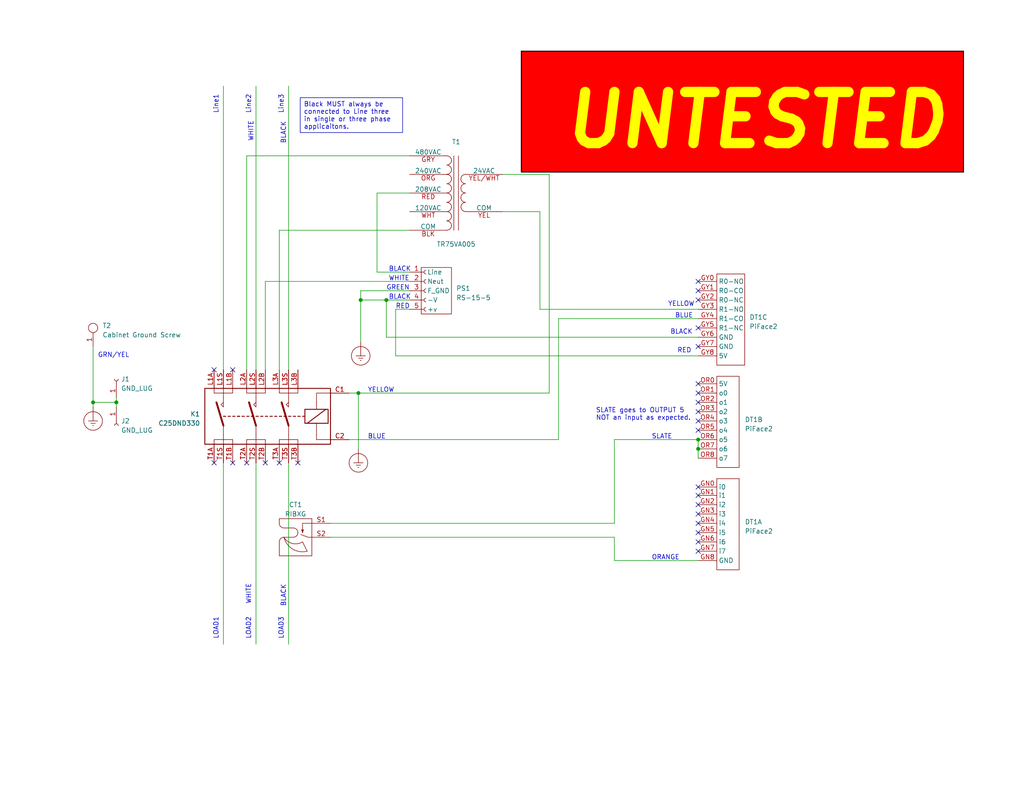
<source format=kicad_sch>
(kicad_sch (version 20230121) (generator eeschema)

  (uuid 7d631f0d-cbe6-4d6d-a8d3-2ee14f65e9f4)

  (paper "A")

  (title_block
    (title "RFID Interlock Legacy Variant B (2023)")
    (date "2023-07-17")
    (rev "0v1")
    (company "Dallas Makerspace")
    (comment 1 "OZINDFW dms@ozindfw.net")
  )

  (lib_symbols
    (symbol "Connector:Conn_01x01_Socket" (pin_names (offset 1.016) hide) (in_bom yes) (on_board yes)
      (property "Reference" "J" (at 0 2.54 0)
        (effects (font (size 1.27 1.27)))
      )
      (property "Value" "Conn_01x01_Socket" (at 0 -2.54 0)
        (effects (font (size 1.27 1.27)))
      )
      (property "Footprint" "" (at 0 0 0)
        (effects (font (size 1.27 1.27)) hide)
      )
      (property "Datasheet" "~" (at 0 0 0)
        (effects (font (size 1.27 1.27)) hide)
      )
      (property "ki_locked" "" (at 0 0 0)
        (effects (font (size 1.27 1.27)))
      )
      (property "ki_keywords" "connector" (at 0 0 0)
        (effects (font (size 1.27 1.27)) hide)
      )
      (property "ki_description" "Generic connector, single row, 01x01, script generated" (at 0 0 0)
        (effects (font (size 1.27 1.27)) hide)
      )
      (property "ki_fp_filters" "Connector*:*_1x??_*" (at 0 0 0)
        (effects (font (size 1.27 1.27)) hide)
      )
      (symbol "Conn_01x01_Socket_1_1"
        (polyline
          (pts
            (xy -1.27 0)
            (xy -0.508 0)
          )
          (stroke (width 0.1524) (type default))
          (fill (type none))
        )
        (arc (start 0 0.508) (mid -0.5058 0) (end 0 -0.508)
          (stroke (width 0.1524) (type default))
          (fill (type none))
        )
        (pin passive line (at -5.08 0 0) (length 3.81)
          (name "Pin_1" (effects (font (size 1.27 1.27))))
          (number "1" (effects (font (size 1.27 1.27))))
        )
      )
    )
    (symbol "oz:Eaton_Contactor" (in_bom yes) (on_board yes)
      (property "Reference" "K" (at 13.97 13.97 0)
        (effects (font (size 1.27 1.27)) (justify left))
      )
      (property "Value" "Eaton_Contactor" (at 13.97 11.43 0)
        (effects (font (size 1.27 1.27)) (justify left))
      )
      (property "Footprint" "" (at -5.08 -1.27 0)
        (effects (font (size 1.27 1.27)) (justify left) hide)
      )
      (property "Datasheet" "" (at 8.255 0 0)
        (effects (font (size 1.27 1.27)) hide)
      )
      (property "ki_keywords" "contactor three pole" (at 0 0 0)
        (effects (font (size 1.27 1.27)) hide)
      )
      (property "ki_description" "3PST Contactor" (at 0 0 0)
        (effects (font (size 1.27 1.27)) hide)
      )
      (property "ki_fp_filters" "Relay*SPST*StandexMeder*MS*Form1AB*" (at 0 0 0)
        (effects (font (size 1.27 1.27)) hide)
      )
      (symbol "Eaton_Contactor_0_0"
        (polyline
          (pts
            (xy -8.89 5.08)
            (xy -8.89 2.54)
            (xy -9.525 3.175)
            (xy -8.89 3.81)
          )
          (stroke (width 0) (type default))
          (fill (type none))
        )
        (polyline
          (pts
            (xy 0 5.08)
            (xy 0 2.54)
            (xy -0.635 3.175)
            (xy 0 3.81)
          )
          (stroke (width 0) (type default))
          (fill (type none))
        )
        (polyline
          (pts
            (xy 8.89 5.08)
            (xy 8.89 2.54)
            (xy 8.255 3.175)
            (xy 8.89 3.81)
          )
          (stroke (width 0) (type default))
          (fill (type none))
        )
      )
      (symbol "Eaton_Contactor_0_1"
        (rectangle (start -13.97 7.62) (end 20.32 -7.62)
          (stroke (width 0.254) (type default))
          (fill (type none))
        )
        (polyline
          (pts
            (xy -8.89 -5.08)
            (xy -8.89 -7.62)
          )
          (stroke (width 0) (type default))
          (fill (type none))
        )
        (polyline
          (pts
            (xy -8.89 -2.54)
            (xy -10.795 3.81)
          )
          (stroke (width 0.508) (type default))
          (fill (type none))
        )
        (polyline
          (pts
            (xy -8.89 -2.54)
            (xy -8.89 -5.08)
          )
          (stroke (width 0) (type default))
          (fill (type none))
        )
        (polyline
          (pts
            (xy -8.89 0)
            (xy -8.255 0)
          )
          (stroke (width 0.254) (type default))
          (fill (type none))
        )
        (polyline
          (pts
            (xy -8.89 7.62)
            (xy -8.89 5.08)
          )
          (stroke (width 0) (type default))
          (fill (type none))
        )
        (polyline
          (pts
            (xy -7.62 0)
            (xy -6.985 0)
          )
          (stroke (width 0.254) (type default))
          (fill (type none))
        )
        (polyline
          (pts
            (xy -6.35 0)
            (xy -5.715 0)
          )
          (stroke (width 0.254) (type default))
          (fill (type none))
        )
        (polyline
          (pts
            (xy -5.08 0)
            (xy -4.445 0)
          )
          (stroke (width 0.254) (type default))
          (fill (type none))
        )
        (polyline
          (pts
            (xy -5.08 0)
            (xy -4.445 0)
          )
          (stroke (width 0.254) (type default))
          (fill (type none))
        )
        (polyline
          (pts
            (xy -3.81 0)
            (xy -3.175 0)
          )
          (stroke (width 0.254) (type default))
          (fill (type none))
        )
        (polyline
          (pts
            (xy -2.54 0)
            (xy -1.905 0)
          )
          (stroke (width 0.254) (type default))
          (fill (type none))
        )
        (polyline
          (pts
            (xy -1.27 0)
            (xy -0.635 0)
          )
          (stroke (width 0.254) (type default))
          (fill (type none))
        )
        (polyline
          (pts
            (xy -1.27 0)
            (xy -0.635 0)
          )
          (stroke (width 0.254) (type default))
          (fill (type none))
        )
        (polyline
          (pts
            (xy 0 -5.08)
            (xy 0 -7.62)
          )
          (stroke (width 0) (type default))
          (fill (type none))
        )
        (polyline
          (pts
            (xy 0 -2.54)
            (xy -1.905 3.81)
          )
          (stroke (width 0.508) (type default))
          (fill (type none))
        )
        (polyline
          (pts
            (xy 0 -2.54)
            (xy 0 -5.08)
          )
          (stroke (width 0) (type default))
          (fill (type none))
        )
        (polyline
          (pts
            (xy 0 0)
            (xy 0.635 0)
          )
          (stroke (width 0.254) (type default))
          (fill (type none))
        )
        (polyline
          (pts
            (xy 0 7.62)
            (xy 0 5.08)
          )
          (stroke (width 0) (type default))
          (fill (type none))
        )
        (polyline
          (pts
            (xy 1.27 0)
            (xy 1.905 0)
          )
          (stroke (width 0.254) (type default))
          (fill (type none))
        )
        (polyline
          (pts
            (xy 2.54 0)
            (xy 3.175 0)
          )
          (stroke (width 0.254) (type default))
          (fill (type none))
        )
        (polyline
          (pts
            (xy 3.81 0)
            (xy 4.445 0)
          )
          (stroke (width 0.254) (type default))
          (fill (type none))
        )
        (polyline
          (pts
            (xy 5.08 0)
            (xy 5.715 0)
          )
          (stroke (width 0.254) (type default))
          (fill (type none))
        )
        (polyline
          (pts
            (xy 6.35 0)
            (xy 6.985 0)
          )
          (stroke (width 0.254) (type default))
          (fill (type none))
        )
        (polyline
          (pts
            (xy 7.62 0)
            (xy 8.255 0)
          )
          (stroke (width 0.254) (type default))
          (fill (type none))
        )
        (polyline
          (pts
            (xy 7.62 0)
            (xy 8.255 0)
          )
          (stroke (width 0.254) (type default))
          (fill (type none))
        )
        (polyline
          (pts
            (xy 8.89 -5.08)
            (xy 8.89 -7.62)
          )
          (stroke (width 0) (type default))
          (fill (type none))
        )
        (polyline
          (pts
            (xy 8.89 -2.54)
            (xy 6.985 3.81)
          )
          (stroke (width 0.508) (type default))
          (fill (type none))
        )
        (polyline
          (pts
            (xy 8.89 -2.54)
            (xy 8.89 -5.08)
          )
          (stroke (width 0) (type default))
          (fill (type none))
        )
        (polyline
          (pts
            (xy 8.89 0)
            (xy 9.525 0)
          )
          (stroke (width 0.254) (type default))
          (fill (type none))
        )
        (polyline
          (pts
            (xy 8.89 7.62)
            (xy 8.89 5.08)
          )
          (stroke (width 0) (type default))
          (fill (type none))
        )
        (polyline
          (pts
            (xy 10.16 0)
            (xy 10.795 0)
          )
          (stroke (width 0.254) (type default))
          (fill (type none))
        )
        (polyline
          (pts
            (xy 11.43 0)
            (xy 12.065 0)
          )
          (stroke (width 0.254) (type default))
          (fill (type none))
        )
        (polyline
          (pts
            (xy 12.7 0)
            (xy 13.335 0)
          )
          (stroke (width 0.254) (type default))
          (fill (type none))
        )
        (polyline
          (pts
            (xy 13.97 -1.905)
            (xy 19.05 1.905)
          )
          (stroke (width 0.254) (type default))
          (fill (type none))
        )
        (polyline
          (pts
            (xy 16.51 -6.35)
            (xy 20.32 -6.35)
          )
          (stroke (width 0) (type default))
          (fill (type none))
        )
        (polyline
          (pts
            (xy 16.51 -5.08)
            (xy 16.51 -6.35)
          )
          (stroke (width 0) (type default))
          (fill (type none))
        )
        (polyline
          (pts
            (xy 16.51 -5.08)
            (xy 16.51 -1.905)
          )
          (stroke (width 0) (type default))
          (fill (type none))
        )
        (polyline
          (pts
            (xy 16.51 3.81)
            (xy 16.51 1.905)
          )
          (stroke (width 0) (type default))
          (fill (type none))
        )
        (polyline
          (pts
            (xy 20.32 6.35)
            (xy 16.51 6.35)
            (xy 16.51 3.81)
          )
          (stroke (width 0) (type default))
          (fill (type none))
        )
        (polyline
          (pts
            (xy -11.43 -7.62)
            (xy -11.43 -6.35)
            (xy -6.35 -6.35)
            (xy -6.35 -7.62)
          )
          (stroke (width 0) (type default))
          (fill (type none))
        )
        (polyline
          (pts
            (xy -11.43 7.62)
            (xy -11.43 6.35)
            (xy -6.35 6.35)
            (xy -6.35 7.62)
          )
          (stroke (width 0) (type default))
          (fill (type none))
        )
        (polyline
          (pts
            (xy -2.54 -7.62)
            (xy -2.54 -6.35)
            (xy 2.54 -6.35)
            (xy 2.54 -7.62)
          )
          (stroke (width 0) (type default))
          (fill (type none))
        )
        (polyline
          (pts
            (xy -2.54 7.62)
            (xy -2.54 6.35)
            (xy 2.54 6.35)
            (xy 2.54 7.62)
          )
          (stroke (width 0) (type default))
          (fill (type none))
        )
        (polyline
          (pts
            (xy 6.35 -7.62)
            (xy 6.35 -6.35)
            (xy 11.43 -6.35)
            (xy 11.43 -7.62)
          )
          (stroke (width 0) (type default))
          (fill (type none))
        )
        (polyline
          (pts
            (xy 6.35 7.62)
            (xy 6.35 6.35)
            (xy 11.43 6.35)
            (xy 11.43 7.62)
          )
          (stroke (width 0) (type default))
          (fill (type none))
        )
        (rectangle (start 13.335 1.905) (end 19.685 -1.905)
          (stroke (width 0.254) (type default))
          (fill (type none))
        )
      )
      (symbol "Eaton_Contactor_1_1"
        (pin passive line (at 25.4 6.35 180) (length 5.08)
          (name "~" (effects (font (size 1.27 1.27))))
          (number "C1" (effects (font (size 1.27 1.27))))
        )
        (pin passive line (at 25.4 -6.35 180) (length 5.08)
          (name "~" (effects (font (size 1.27 1.27))))
          (number "C2" (effects (font (size 1.27 1.27))))
        )
        (pin passive line (at -11.43 12.7 270) (length 5.08)
          (name "~" (effects (font (size 1.27 1.27))))
          (number "L1A" (effects (font (size 1.27 1.27))))
        )
        (pin passive line (at -6.35 12.7 270) (length 5.08)
          (name "~" (effects (font (size 1.27 1.27))))
          (number "L1B" (effects (font (size 1.27 1.27))))
        )
        (pin passive line (at -8.89 12.7 270) (length 5.08)
          (name "" (effects (font (size 1.27 1.27))))
          (number "L1S" (effects (font (size 1.27 1.27))))
        )
        (pin passive line (at -2.54 12.7 270) (length 5.08)
          (name "~" (effects (font (size 1.27 1.27))))
          (number "L2A" (effects (font (size 1.27 1.27))))
        )
        (pin passive line (at 2.54 12.7 270) (length 5.08)
          (name "~" (effects (font (size 1.27 1.27))))
          (number "L2B" (effects (font (size 1.27 1.27))))
        )
        (pin passive line (at 0 12.7 270) (length 5.08)
          (name "" (effects (font (size 1.27 1.27))))
          (number "L2S" (effects (font (size 1.27 1.27))))
        )
        (pin passive line (at 6.35 12.7 270) (length 5.08)
          (name "~" (effects (font (size 1.27 1.27))))
          (number "L3A" (effects (font (size 1.27 1.27))))
        )
        (pin passive line (at 11.43 12.7 270) (length 5.08)
          (name "~" (effects (font (size 1.27 1.27))))
          (number "L3B" (effects (font (size 1.27 1.27))))
        )
        (pin passive line (at 8.89 12.7 270) (length 5.08)
          (name "" (effects (font (size 1.27 1.27))))
          (number "L3S" (effects (font (size 1.27 1.27))))
        )
        (pin passive line (at -11.43 -12.7 90) (length 5.08)
          (name "~" (effects (font (size 1.27 1.27))))
          (number "T1A" (effects (font (size 1.27 1.27))))
        )
        (pin passive line (at -6.35 -12.7 90) (length 5.08)
          (name "~" (effects (font (size 1.27 1.27))))
          (number "T1B" (effects (font (size 1.27 1.27))))
        )
        (pin passive line (at -8.89 -12.7 90) (length 5.08)
          (name "" (effects (font (size 1.27 1.27))))
          (number "T1S" (effects (font (size 1.27 1.27))))
        )
        (pin passive line (at -2.54 -12.7 90) (length 5.08)
          (name "~" (effects (font (size 1.27 1.27))))
          (number "T2A" (effects (font (size 1.27 1.27))))
        )
        (pin passive line (at 2.54 -12.7 90) (length 5.08)
          (name "~" (effects (font (size 1.27 1.27))))
          (number "T2B" (effects (font (size 1.27 1.27))))
        )
        (pin passive line (at 0 -12.7 90) (length 5.08)
          (name "" (effects (font (size 1.27 1.27))))
          (number "T2S" (effects (font (size 1.27 1.27))))
        )
        (pin passive line (at 6.35 -12.7 90) (length 5.08)
          (name "~" (effects (font (size 1.27 1.27))))
          (number "T3A" (effects (font (size 1.27 1.27))))
        )
        (pin passive line (at 11.43 -12.7 90) (length 5.08)
          (name "~" (effects (font (size 1.27 1.27))))
          (number "T3B" (effects (font (size 1.27 1.27))))
        )
        (pin passive line (at 8.89 -12.7 90) (length 5.08)
          (name "" (effects (font (size 1.27 1.27))))
          (number "T3S" (effects (font (size 1.27 1.27))))
        )
      )
    )
    (symbol "oz:PiFace2" (in_bom yes) (on_board yes)
      (property "Reference" "DT" (at 1.27 16.51 0)
        (effects (font (size 1.27 1.27)))
      )
      (property "Value" "PiFace2" (at 3.81 13.97 0)
        (effects (font (size 1.27 1.27)))
      )
      (property "Footprint" "" (at 6.096 6.858 0)
        (effects (font (size 1.27 1.27)) hide)
      )
      (property "Datasheet" "" (at 6.096 6.858 0)
        (effects (font (size 1.27 1.27)) hide)
      )
      (property "ki_locked" "" (at 0 0 0)
        (effects (font (size 1.27 1.27)))
      )
      (symbol "PiFace2_1_1"
        (rectangle (start 0 12.192) (end 6.096 -12.7)
          (stroke (width 0) (type default))
          (fill (type none))
        )
        (pin passive line (at -5.08 9.906 0) (length 5.08)
          (name "i0" (effects (font (size 1.27 1.27))))
          (number "GN0" (effects (font (size 1.27 1.27))))
        )
        (pin input line (at -5.08 7.62 0) (length 5.08)
          (name "i1" (effects (font (size 1.27 1.27))))
          (number "GN1" (effects (font (size 1.27 1.27))))
        )
        (pin input line (at -5.08 5.08 0) (length 5.08)
          (name "i2" (effects (font (size 1.27 1.27))))
          (number "GN2" (effects (font (size 1.27 1.27))))
        )
        (pin input line (at -5.08 2.54 0) (length 5.08)
          (name "i3" (effects (font (size 1.27 1.27))))
          (number "GN3" (effects (font (size 1.27 1.27))))
        )
        (pin input line (at -5.08 0 0) (length 5.08)
          (name "i4" (effects (font (size 1.27 1.27))))
          (number "GN4" (effects (font (size 1.27 1.27))))
        )
        (pin input line (at -5.08 -2.54 0) (length 5.08)
          (name "i5" (effects (font (size 1.27 1.27))))
          (number "GN5" (effects (font (size 1.27 1.27))))
        )
        (pin input line (at -5.08 -5.08 0) (length 5.08)
          (name "i6" (effects (font (size 1.27 1.27))))
          (number "GN6" (effects (font (size 1.27 1.27))))
        )
        (pin input line (at -5.08 -7.62 0) (length 5.08)
          (name "i7" (effects (font (size 1.27 1.27))))
          (number "GN7" (effects (font (size 1.27 1.27))))
        )
        (pin passive line (at -5.08 -10.16 0) (length 5.08)
          (name "GND" (effects (font (size 1.27 1.27))))
          (number "GN8" (effects (font (size 1.27 1.27))))
        )
      )
      (symbol "PiFace2_2_1"
        (rectangle (start 0 12.192) (end 6.096 -12.7)
          (stroke (width 0) (type default))
          (fill (type none))
        )
        (pin passive line (at -5.08 10.16 0) (length 5.08)
          (name "5V" (effects (font (size 1.27 1.27))))
          (number "OR0" (effects (font (size 1.27 1.27))))
        )
        (pin output line (at -5.08 7.62 0) (length 5.08)
          (name "o0" (effects (font (size 1.27 1.27))))
          (number "OR1" (effects (font (size 1.27 1.27))))
        )
        (pin output line (at -5.08 5.08 0) (length 5.08)
          (name "o1" (effects (font (size 1.27 1.27))))
          (number "OR2" (effects (font (size 1.27 1.27))))
        )
        (pin output line (at -5.08 2.54 0) (length 5.08)
          (name "o2" (effects (font (size 1.27 1.27))))
          (number "OR3" (effects (font (size 1.27 1.27))))
        )
        (pin output line (at -5.08 0 0) (length 5.08)
          (name "o3" (effects (font (size 1.27 1.27))))
          (number "OR4" (effects (font (size 1.27 1.27))))
        )
        (pin output line (at -5.08 -2.54 0) (length 5.08)
          (name "o4" (effects (font (size 1.27 1.27))))
          (number "OR5" (effects (font (size 1.27 1.27))))
        )
        (pin output line (at -5.08 -5.08 0) (length 5.08)
          (name "o5" (effects (font (size 1.27 1.27))))
          (number "OR6" (effects (font (size 1.27 1.27))))
        )
        (pin output line (at -5.08 -7.62 0) (length 5.08)
          (name "o6" (effects (font (size 1.27 1.27))))
          (number "OR7" (effects (font (size 1.27 1.27))))
        )
        (pin output line (at -5.08 -10.16 0) (length 5.08)
          (name "o7" (effects (font (size 1.27 1.27))))
          (number "OR8" (effects (font (size 1.27 1.27))))
        )
      )
      (symbol "PiFace2_3_1"
        (rectangle (start 0 12.192) (end 7.62 -12.7)
          (stroke (width 0) (type default))
          (fill (type none))
        )
        (pin passive line (at -5.08 10.16 0) (length 5.08)
          (name "R0-NO" (effects (font (size 1.27 1.27))))
          (number "GY0" (effects (font (size 1.27 1.27))))
        )
        (pin passive line (at -5.08 7.62 0) (length 5.08)
          (name "R0-CO" (effects (font (size 1.27 1.27))))
          (number "GY1" (effects (font (size 1.27 1.27))))
        )
        (pin passive line (at -5.08 5.08 0) (length 5.08)
          (name "R0-NC" (effects (font (size 1.27 1.27))))
          (number "GY2" (effects (font (size 1.27 1.27))))
        )
        (pin passive line (at -5.08 2.54 0) (length 5.08)
          (name "R1-NO" (effects (font (size 1.27 1.27))))
          (number "GY3" (effects (font (size 1.27 1.27))))
        )
        (pin passive line (at -5.08 0 0) (length 5.08)
          (name "R1-CO" (effects (font (size 1.27 1.27))))
          (number "GY4" (effects (font (size 1.27 1.27))))
        )
        (pin passive line (at -5.08 -2.54 0) (length 5.08)
          (name "R1-NC" (effects (font (size 1.27 1.27))))
          (number "GY5" (effects (font (size 1.27 1.27))))
        )
        (pin passive line (at -5.08 -5.08 0) (length 5.08)
          (name "GND" (effects (font (size 1.27 1.27))))
          (number "GY6" (effects (font (size 1.27 1.27))))
        )
        (pin passive line (at -5.08 -7.62 0) (length 5.08)
          (name "GND" (effects (font (size 1.27 1.27))))
          (number "GY7" (effects (font (size 1.27 1.27))))
        )
        (pin passive line (at -5.08 -10.16 0) (length 5.08)
          (name "5V" (effects (font (size 1.27 1.27))))
          (number "GY8" (effects (font (size 1.27 1.27))))
        )
      )
    )
    (symbol "oz:RIBXG" (in_bom yes) (on_board yes)
      (property "Reference" "CT" (at -3.302 6.35 0)
        (effects (font (size 1.27 1.27)))
      )
      (property "Value" "RIBXG" (at -2.032 -6.35 0)
        (effects (font (size 1.27 1.27)))
      )
      (property "Footprint" "" (at 1.778 5.08 0)
        (effects (font (size 1.27 1.27)) hide)
      )
      (property "Datasheet" "" (at 1.778 5.08 0)
        (effects (font (size 1.27 1.27)) hide)
      )
      (property "ki_keywords" "Current Sense Switch" (at 0 0 0)
        (effects (font (size 1.27 1.27)) hide)
      )
      (property "ki_description" "Current Sense Switch" (at 0 0 0)
        (effects (font (size 1.27 1.27)) hide)
      )
      (symbol "RIBXG_0_1"
        (arc (start -4.572 3.81) (mid -4.2 2.912) (end -3.302 2.54)
          (stroke (width 0) (type default))
          (fill (type none))
        )
        (arc (start -3.302 0) (mid -4.2 -0.372) (end -4.572 -1.27)
          (stroke (width 0) (type default))
          (fill (type none))
        )
        (arc (start -3.302 0) (mid -1.025 -1.6871) (end 1.778 -1.27)
          (stroke (width 0) (type default))
          (fill (type none))
        )
        (arc (start -3.302 0) (mid -0.9161 -3.2202) (end 3.048 -3.81)
          (stroke (width 0) (type default))
          (fill (type none))
        )
        (arc (start -0.762 0) (mid 0.136 0.372) (end 0.508 1.27)
          (stroke (width 0) (type default))
          (fill (type none))
        )
        (polyline
          (pts
            (xy -0.762 0)
            (xy -3.302 0)
          )
          (stroke (width 0) (type default))
          (fill (type none))
        )
        (polyline
          (pts
            (xy -0.762 2.54)
            (xy -3.302 2.54)
          )
          (stroke (width 0) (type default))
          (fill (type none))
        )
        (polyline
          (pts
            (xy 1.778 -1.27)
            (xy 3.048 -3.81)
          )
          (stroke (width 0) (type default))
          (fill (type none))
        )
        (polyline
          (pts
            (xy 2.032 2.032)
            (xy 1.778 1.778)
            (xy 1.524 2.032)
          )
          (stroke (width 0) (type default))
          (fill (type none))
        )
        (polyline
          (pts
            (xy 4.318 0)
            (xy 3.302 0)
            (xy 1.27 0.762)
          )
          (stroke (width 0) (type default))
          (fill (type none))
        )
        (polyline
          (pts
            (xy 4.318 3.81)
            (xy 1.778 3.81)
            (xy 1.778 1.27)
          )
          (stroke (width 0) (type default))
          (fill (type none))
        )
        (polyline
          (pts
            (xy 1.778 1.27)
            (xy 1.524 2.032)
            (xy 2.032 2.032)
            (xy 1.778 1.27)
          )
          (stroke (width 0) (type default))
          (fill (type none))
        )
        (polyline
          (pts
            (xy -4.572 -1.27)
            (xy -4.572 -5.08)
            (xy 4.318 -5.08)
            (xy 4.318 5.08)
            (xy -4.572 5.08)
            (xy -4.572 3.81)
          )
          (stroke (width 0) (type default))
          (fill (type none))
        )
        (arc (start 0.508 1.27) (mid 0.136 2.168) (end -0.762 2.54)
          (stroke (width 0) (type default))
          (fill (type none))
        )
      )
      (symbol "RIBXG_1_1"
        (pin passive line (at 9.398 3.81 180) (length 5.08)
          (name "" (effects (font (size 1.27 1.27))))
          (number "S1" (effects (font (size 1.27 1.27))))
        )
        (pin passive line (at 9.398 0 180) (length 5.08)
          (name "" (effects (font (size 1.27 1.27))))
          (number "S2" (effects (font (size 1.27 1.27))))
        )
      )
    )
    (symbol "oz:RS-15-5" (pin_names (offset 1.016)) (in_bom yes) (on_board yes)
      (property "Reference" "PS" (at 0 7.62 0)
        (effects (font (size 1.27 1.27)))
      )
      (property "Value" "RS-15-5" (at 0 -7.62 0)
        (effects (font (size 1.27 1.27)))
      )
      (property "Footprint" "" (at 0 0 0)
        (effects (font (size 1.27 1.27)) hide)
      )
      (property "Datasheet" "" (at 2.54 1.27 0)
        (effects (font (size 1.27 1.27)) hide)
      )
      (property "ki_keywords" "connector" (at 0 0 0)
        (effects (font (size 1.27 1.27)) hide)
      )
      (property "ki_description" "Generic connector, single row, 01x05, script generated" (at 0 0 0)
        (effects (font (size 1.27 1.27)) hide)
      )
      (property "ki_fp_filters" "Connector*:*_1x??_*" (at 0 0 0)
        (effects (font (size 1.27 1.27)) hide)
      )
      (symbol "RS-15-5_0_1"
        (rectangle (start -1.905 6.35) (end 6.35 -6.35)
          (stroke (width 0) (type default))
          (fill (type none))
        )
      )
      (symbol "RS-15-5_1_1"
        (arc (start -0.6372 -4.572) (mid -1.143 -5.08) (end -0.6372 -5.588)
          (stroke (width 0.1524) (type default))
          (fill (type none))
        )
        (arc (start -0.6372 -2.032) (mid -1.143 -2.54) (end -0.6372 -3.048)
          (stroke (width 0.1524) (type default))
          (fill (type none))
        )
        (arc (start -0.6372 0.508) (mid -1.143 0) (end -0.6372 -0.508)
          (stroke (width 0.1524) (type default))
          (fill (type none))
        )
        (arc (start -0.6372 3.048) (mid -1.143 2.54) (end -0.6372 2.032)
          (stroke (width 0.1524) (type default))
          (fill (type none))
        )
        (arc (start -0.6372 5.588) (mid -1.143 5.08) (end -0.6372 4.572)
          (stroke (width 0.1524) (type default))
          (fill (type none))
        )
        (pin power_in line (at -5.08 5.08 0) (length 3.81)
          (name "Line" (effects (font (size 1.27 1.27))))
          (number "1" (effects (font (size 1.27 1.27))))
        )
        (pin power_in line (at -5.08 2.54 0) (length 3.81)
          (name "Neut" (effects (font (size 1.27 1.27))))
          (number "2" (effects (font (size 1.27 1.27))))
        )
        (pin passive line (at -5.08 0 0) (length 3.81)
          (name "F_GND" (effects (font (size 1.27 1.27))))
          (number "3" (effects (font (size 1.27 1.27))))
        )
        (pin power_out line (at -5.08 -2.54 0) (length 3.81)
          (name "-V" (effects (font (size 1.27 1.27))))
          (number "4" (effects (font (size 1.27 1.27))))
        )
        (pin power_out line (at -5.08 -5.08 0) (length 3.81)
          (name "+v" (effects (font (size 1.27 1.27))))
          (number "5" (effects (font (size 1.27 1.27))))
        )
      )
    )
    (symbol "oz:Ring_Term" (pin_names (offset 1.016) hide) (in_bom yes) (on_board yes)
      (property "Reference" "T" (at 0 2.54 0)
        (effects (font (size 1.27 1.27)))
      )
      (property "Value" "Ring_Terminal" (at 0 -2.54 0)
        (effects (font (size 1.27 1.27)))
      )
      (property "Footprint" "" (at 0 0 0)
        (effects (font (size 1.27 1.27)) hide)
      )
      (property "Datasheet" "~" (at 0 0 0)
        (effects (font (size 1.27 1.27)) hide)
      )
      (property "ki_locked" "" (at 0 0 0)
        (effects (font (size 1.27 1.27)))
      )
      (property "ki_keywords" "connector" (at 0 0 0)
        (effects (font (size 1.27 1.27)) hide)
      )
      (property "ki_description" "Generic connector, single row, 01x01, script generated" (at 0 0 0)
        (effects (font (size 1.27 1.27)) hide)
      )
      (property "ki_fp_filters" "Connector*:*_1x??_*" (at 0 0 0)
        (effects (font (size 1.27 1.27)) hide)
      )
      (symbol "Ring_Term_1_1"
        (circle (center 0 0) (radius 1.27)
          (stroke (width 0) (type default))
          (fill (type none))
        )
        (pin passive line (at -5.08 0 0) (length 3.81)
          (name "Pin_1" (effects (font (size 1.27 1.27))))
          (number "1" (effects (font (size 1.27 1.27))))
        )
      )
    )
    (symbol "oz:Transformer_Tap_Pri" (pin_names (offset 0)) (in_bom yes) (on_board yes)
      (property "Reference" "T" (at 0 13.97 0)
        (effects (font (size 1.27 1.27)))
      )
      (property "Value" "Transformer_Tap_Pri" (at 0 -13.97 0)
        (effects (font (size 1.27 1.27)))
      )
      (property "Footprint" "" (at 0 0 0)
        (effects (font (size 1.27 1.27)) hide)
      )
      (property "Datasheet" "" (at 0 0 0)
        (effects (font (size 1.27 1.27)) hide)
      )
      (property "ki_keywords" "transformer coil magnet" (at 0 0 0)
        (effects (font (size 1.27 1.27)) hide)
      )
      (property "ki_description" "Transformer, single primary, single secondary, SO-8 package" (at 0 0 0)
        (effects (font (size 1.27 1.27)) hide)
      )
      (symbol "Transformer_Tap_Pri_0_1"
        (arc (start -2.54 -10.1346) (mid -1.6561 -9.7663) (end -1.27 -8.89)
          (stroke (width 0) (type default))
          (fill (type none))
        )
        (arc (start -2.54 -7.5946) (mid -1.6561 -7.2263) (end -1.27 -6.35)
          (stroke (width 0) (type default))
          (fill (type none))
        )
        (arc (start -2.54 -5.0546) (mid -1.6599 -4.6901) (end -1.27 -3.81)
          (stroke (width 0) (type default))
          (fill (type none))
        )
        (arc (start -2.54 -2.5146) (mid -1.6599 -2.1501) (end -1.27 -1.27)
          (stroke (width 0) (type default))
          (fill (type none))
        )
        (arc (start -2.54 0.0254) (mid -1.6599 0.3899) (end -1.27 1.27)
          (stroke (width 0) (type default))
          (fill (type none))
        )
        (arc (start -2.54 2.5654) (mid -1.6599 2.9299) (end -1.27 3.81)
          (stroke (width 0) (type default))
          (fill (type none))
        )
        (arc (start -2.54 5.1054) (mid -1.6561 5.4737) (end -1.27 6.35)
          (stroke (width 0) (type default))
          (fill (type none))
        )
        (arc (start -2.54 7.6454) (mid -1.6561 8.0137) (end -1.27 8.89)
          (stroke (width 0) (type default))
          (fill (type none))
        )
        (arc (start -1.27 -8.89) (mid -1.642 -7.992) (end -2.54 -7.62)
          (stroke (width 0) (type default))
          (fill (type none))
        )
        (arc (start -1.27 -6.35) (mid -1.642 -5.452) (end -2.54 -5.08)
          (stroke (width 0) (type default))
          (fill (type none))
        )
        (arc (start -1.27 -3.81) (mid -1.642 -2.912) (end -2.54 -2.54)
          (stroke (width 0) (type default))
          (fill (type none))
        )
        (arc (start -1.27 -1.27) (mid -1.642 -0.372) (end -2.54 0)
          (stroke (width 0) (type default))
          (fill (type none))
        )
        (arc (start -1.27 1.27) (mid -1.642 2.168) (end -2.54 2.54)
          (stroke (width 0) (type default))
          (fill (type none))
        )
        (arc (start -1.27 3.81) (mid -1.642 4.708) (end -2.54 5.08)
          (stroke (width 0) (type default))
          (fill (type none))
        )
        (arc (start -1.27 6.35) (mid -1.642 7.248) (end -2.54 7.62)
          (stroke (width 0) (type default))
          (fill (type none))
        )
        (arc (start -1.27 8.89) (mid -1.642 9.788) (end -2.54 10.16)
          (stroke (width 0) (type default))
          (fill (type none))
        )
        (polyline
          (pts
            (xy -0.635 10.16)
            (xy -0.635 -10.16)
          )
          (stroke (width 0) (type default))
          (fill (type none))
        )
        (polyline
          (pts
            (xy 0.635 10.16)
            (xy 0.635 -10.16)
          )
          (stroke (width 0) (type default))
          (fill (type none))
        )
        (arc (start 1.2954 -1.27) (mid 1.6599 -2.1501) (end 2.54 -2.5146)
          (stroke (width 0) (type default))
          (fill (type none))
        )
        (arc (start 1.2954 1.27) (mid 1.6599 0.3899) (end 2.54 0.0254)
          (stroke (width 0) (type default))
          (fill (type none))
        )
        (arc (start 1.2954 3.81) (mid 1.6599 2.9299) (end 2.54 2.5654)
          (stroke (width 0) (type default))
          (fill (type none))
        )
        (arc (start 1.3208 -3.81) (mid 1.6853 -4.6901) (end 2.5654 -5.0546)
          (stroke (width 0) (type default))
          (fill (type none))
        )
        (arc (start 2.54 0) (mid 1.642 -0.372) (end 1.2954 -1.27)
          (stroke (width 0) (type default))
          (fill (type none))
        )
        (arc (start 2.54 2.54) (mid 1.642 2.168) (end 1.2954 1.27)
          (stroke (width 0) (type default))
          (fill (type none))
        )
        (arc (start 2.54 5.08) (mid 1.642 4.708) (end 1.2954 3.81)
          (stroke (width 0) (type default))
          (fill (type none))
        )
        (arc (start 2.5654 -2.54) (mid 1.6674 -2.912) (end 1.3208 -3.81)
          (stroke (width 0) (type default))
          (fill (type none))
        )
      )
      (symbol "Transformer_Tap_Pri_1_1"
        (pin passive line (at -12.7 -10.16 0) (length 10.16)
          (name "COM" (effects (font (size 1.27 1.27))))
          (number "BLK" (effects (font (size 1.27 1.27))))
        )
        (pin passive line (at -12.7 10.16 0) (length 10.16)
          (name "480VAC" (effects (font (size 1.27 1.27))))
          (number "GRY" (effects (font (size 1.27 1.27))))
        )
        (pin passive line (at -12.7 5.08 0) (length 10.16)
          (name "240VAC" (effects (font (size 1.27 1.27))))
          (number "ORG" (effects (font (size 1.27 1.27))))
        )
        (pin passive line (at -12.7 0 0) (length 10.16)
          (name "208VAC" (effects (font (size 1.27 1.27))))
          (number "RED" (effects (font (size 1.27 1.27))))
        )
        (pin passive line (at -12.7 -5.08 0) (length 10.16)
          (name "120VAC" (effects (font (size 1.27 1.27))))
          (number "WHT" (effects (font (size 1.27 1.27))))
        )
        (pin passive line (at 12.7 -5.08 180) (length 10.16)
          (name "COM" (effects (font (size 1.27 1.27))))
          (number "YEL" (effects (font (size 1.27 1.27))))
        )
        (pin passive line (at 12.7 5.08 180) (length 10.16)
          (name "24VAC" (effects (font (size 1.27 1.27))))
          (number "YEL/WHT" (effects (font (size 1.27 1.27))))
        )
      )
    )
    (symbol "power:Earth_Protective" (power) (pin_names (offset 0)) (in_bom yes) (on_board yes)
      (property "Reference" "#PWR" (at 6.35 -6.35 0)
        (effects (font (size 1.27 1.27)) hide)
      )
      (property "Value" "Earth_Protective" (at 11.43 -3.81 0)
        (effects (font (size 1.27 1.27)) hide)
      )
      (property "Footprint" "" (at 0 -2.54 0)
        (effects (font (size 1.27 1.27)) hide)
      )
      (property "Datasheet" "~" (at 0 -2.54 0)
        (effects (font (size 1.27 1.27)) hide)
      )
      (property "ki_keywords" "global ground gnd clean" (at 0 0 0)
        (effects (font (size 1.27 1.27)) hide)
      )
      (property "ki_description" "Power symbol creates a global label with name \"Earth_Protective\"" (at 0 0 0)
        (effects (font (size 1.27 1.27)) hide)
      )
      (symbol "Earth_Protective_0_1"
        (circle (center 0 -3.81) (radius 2.54)
          (stroke (width 0) (type default))
          (fill (type none))
        )
        (polyline
          (pts
            (xy -0.635 -4.445)
            (xy 0.635 -4.445)
          )
          (stroke (width 0) (type default))
          (fill (type none))
        )
        (polyline
          (pts
            (xy -0.127 -5.08)
            (xy 0.127 -5.08)
          )
          (stroke (width 0) (type default))
          (fill (type none))
        )
        (polyline
          (pts
            (xy 0 -3.81)
            (xy 0 0)
          )
          (stroke (width 0) (type default))
          (fill (type none))
        )
        (polyline
          (pts
            (xy 1.27 -3.81)
            (xy -1.27 -3.81)
          )
          (stroke (width 0) (type default))
          (fill (type none))
        )
      )
      (symbol "Earth_Protective_1_1"
        (pin power_in line (at 0 0 270) (length 0) hide
          (name "Earth_Protective" (effects (font (size 1.27 1.27))))
          (number "1" (effects (font (size 1.27 1.27))))
        )
      )
    )
  )

  (junction (at 190.5 120.015) (diameter 0) (color 0 0 0 0)
    (uuid 1002b835-521c-4c25-95f0-5372b5e61ea5)
  )
  (junction (at 25.4 109.855) (diameter 0) (color 0 0 0 0)
    (uuid 1b90543b-c276-4f4e-b14f-4b0224c02af0)
  )
  (junction (at 105.41 81.915) (diameter 0) (color 0 0 0 0)
    (uuid 4624c6a6-b645-4ef7-a980-934b8d94a7f3)
  )
  (junction (at 98.425 81.915) (diameter 0) (color 0 0 0 0)
    (uuid 5078d5f6-02de-48cb-9166-afbd1d209f51)
  )
  (junction (at 190.5 122.555) (diameter 0) (color 0 0 0 0)
    (uuid a4d5ece2-42ff-4168-831b-b20d3093de40)
  )
  (junction (at 97.79 107.315) (diameter 0) (color 0 0 0 0)
    (uuid a699d9d6-2fba-4173-97c5-b12b34ea8a22)
  )
  (junction (at 31.75 109.855) (diameter 0) (color 0 0 0 0)
    (uuid bd6186d9-ef37-4e76-b7ae-ed5b8e32168c)
  )

  (no_connect (at 190.5 137.795) (uuid 2c7dcae8-00fb-4a89-a1da-7b8692cf4491))
  (no_connect (at 190.5 145.415) (uuid 3476fc09-3290-4f93-9e7b-ba664ba3ed39))
  (no_connect (at 63.5 126.365) (uuid 3cd37032-ede7-4cae-a9de-5fad0ec9a123))
  (no_connect (at 76.2 126.365) (uuid 49a22e74-be55-47dc-bf08-34f77cb39422))
  (no_connect (at 190.5 76.835) (uuid 4dc9e50d-039d-4480-ae46-d14f325c07a5))
  (no_connect (at 72.39 126.365) (uuid 541658a7-9e3f-4882-97cf-578706f47dba))
  (no_connect (at 190.5 79.375) (uuid 5c6841b4-3ca4-4d7b-9978-6c26c6ea2065))
  (no_connect (at 190.5 94.615) (uuid 5d045683-0c22-406e-8112-9c4702799a6e))
  (no_connect (at 190.5 140.335) (uuid 699385fe-62a9-4c6e-9270-9bca81d4ed60))
  (no_connect (at 190.5 117.475) (uuid 6af63f96-5cd9-497a-8eb6-7cf1fdcecbc1))
  (no_connect (at 190.5 150.495) (uuid 7702aea8-3a39-447a-a35e-306d710885ea))
  (no_connect (at 190.5 112.395) (uuid 7bd5f54a-bf29-4b76-b933-c2a60b01ab67))
  (no_connect (at 190.5 107.315) (uuid 86028e4a-e479-423a-8188-c63776bb4494))
  (no_connect (at 81.28 126.365) (uuid 8f3e9de2-5dc7-42a3-9106-e7b8f80d0a85))
  (no_connect (at 67.31 126.365) (uuid 98e1b969-b490-427b-959a-bbeda44ebb2d))
  (no_connect (at 190.5 114.935) (uuid a93ef87d-388f-46b8-9156-bcd7bdd215ad))
  (no_connect (at 190.5 147.955) (uuid ae56b4da-ef8d-479e-9dc0-b911e1de1813))
  (no_connect (at 58.42 126.365) (uuid b06b4441-e26d-4ea6-94ad-64a83a3810cd))
  (no_connect (at 190.5 81.915) (uuid b2aaac75-3db2-4631-bd80-76e8f8c89e4e))
  (no_connect (at 63.5 100.965) (uuid b4081137-d850-419d-bb4a-10ffb6955878))
  (no_connect (at 190.5 142.875) (uuid b7de2ce2-b6cd-4702-b509-45837388df09))
  (no_connect (at 190.5 132.969) (uuid b99b24ce-35c9-441c-9f74-e58dcb2cb87a))
  (no_connect (at 190.5 104.775) (uuid c58b9fce-ae45-4868-b3f0-669a2871a9a2))
  (no_connect (at 190.5 89.535) (uuid cdf46669-08e7-4088-93e2-983be665e8e5))
  (no_connect (at 58.42 100.965) (uuid e785d141-ce3b-4439-ac10-7d1623246010))
  (no_connect (at 190.5 135.255) (uuid f689ff08-6bff-46a9-8da6-c003b8f18692))
  (no_connect (at 190.5 109.855) (uuid f76d5d8f-f7e8-49a4-8d6e-c5c642a0cf00))

  (wire (pts (xy 25.4 94.615) (xy 25.4 109.855))
    (stroke (width 0) (type default))
    (uuid 05ea31ed-7572-4f69-9a84-3f34d4ce33d8)
  )
  (wire (pts (xy 98.425 81.915) (xy 98.425 93.345))
    (stroke (width 0) (type default))
    (uuid 0c25215c-edef-4596-a6b5-2c113d599669)
  )
  (wire (pts (xy 72.39 76.835) (xy 72.39 100.965))
    (stroke (width 0) (type default))
    (uuid 0e687774-6f86-4116-98ce-911d355c65aa)
  )
  (wire (pts (xy 152.4 120.015) (xy 152.4 86.995))
    (stroke (width 0) (type default))
    (uuid 0f11d979-366f-42d4-81f9-5df1287bd665)
  )
  (wire (pts (xy 107.95 97.155) (xy 190.5 97.155))
    (stroke (width 0) (type default))
    (uuid 1acf8c68-d8c6-429a-a8f2-f7b7966046e7)
  )
  (wire (pts (xy 60.96 23.495) (xy 60.96 100.965))
    (stroke (width 0) (type default))
    (uuid 1b2a5f10-3981-40c2-91bd-0bdbaf7bff6e)
  )
  (wire (pts (xy 67.31 42.545) (xy 67.31 100.965))
    (stroke (width 0) (type default))
    (uuid 1c0b8023-d346-49fc-861f-2e277d1e15c0)
  )
  (wire (pts (xy 69.85 23.495) (xy 69.85 100.965))
    (stroke (width 0) (type default))
    (uuid 20aed710-b40d-4516-bb22-fe3b7527bc5b)
  )
  (wire (pts (xy 167.64 142.875) (xy 167.64 120.015))
    (stroke (width 0) (type default))
    (uuid 2248fd06-3720-44da-80fa-6f5e181e66eb)
  )
  (wire (pts (xy 105.41 92.075) (xy 190.5 92.075))
    (stroke (width 0) (type default))
    (uuid 27727965-14d7-4ef5-895b-29cd6d93f24c)
  )
  (wire (pts (xy 167.64 146.685) (xy 167.64 153.035))
    (stroke (width 0) (type default))
    (uuid 299052d4-058f-4af6-b63d-e4959691f2c2)
  )
  (wire (pts (xy 95.25 107.315) (xy 97.79 107.315))
    (stroke (width 0) (type default))
    (uuid 2d390f5c-3f52-4c60-b86f-92e4de7ef126)
  )
  (wire (pts (xy 147.32 84.455) (xy 190.5 84.455))
    (stroke (width 0) (type default))
    (uuid 2f8c77d5-8b67-4ce2-aad4-68c83eed21ff)
  )
  (wire (pts (xy 190.5 122.555) (xy 190.5 125.095))
    (stroke (width 0) (type default))
    (uuid 3c68e7c7-0082-4900-8bb6-09b8dbb91dc5)
  )
  (wire (pts (xy 67.31 42.545) (xy 111.76 42.545))
    (stroke (width 0) (type default))
    (uuid 3ef0d762-9755-4dbd-8a78-4f78b5f3e030)
  )
  (wire (pts (xy 105.41 81.915) (xy 105.41 92.075))
    (stroke (width 0) (type default))
    (uuid 46864890-216e-480e-9644-72e98c4deeb4)
  )
  (wire (pts (xy 97.79 107.315) (xy 97.79 122.555))
    (stroke (width 0) (type default))
    (uuid 4f37ce6c-a2e2-4ba7-bb57-2763253e1140)
  )
  (wire (pts (xy 98.425 79.375) (xy 98.425 81.915))
    (stroke (width 0) (type default))
    (uuid 504c9645-a634-468e-a9ea-64d990098244)
  )
  (wire (pts (xy 90.17 146.685) (xy 167.64 146.685))
    (stroke (width 0) (type default))
    (uuid 54b6deec-0fb4-4f89-8b91-9e977e69bd5a)
  )
  (wire (pts (xy 90.17 142.875) (xy 167.64 142.875))
    (stroke (width 0) (type default))
    (uuid 55fb4023-7e56-4a06-a6d2-1738cec9dbc0)
  )
  (wire (pts (xy 25.4 109.855) (xy 25.4 111.125))
    (stroke (width 0) (type default))
    (uuid 665ab083-c473-46f1-8667-64ba26c880e0)
  )
  (wire (pts (xy 98.425 81.915) (xy 105.41 81.915))
    (stroke (width 0) (type default))
    (uuid 6a6bfc52-9791-4483-a735-061556dc21dd)
  )
  (wire (pts (xy 107.95 84.455) (xy 107.95 97.155))
    (stroke (width 0) (type default))
    (uuid 6c277ad0-9679-4bde-81b5-8c1202dacfbf)
  )
  (wire (pts (xy 111.76 79.375) (xy 98.425 79.375))
    (stroke (width 0) (type default))
    (uuid 7660573b-2399-4ebe-af57-e3b9e6cb373b)
  )
  (wire (pts (xy 167.64 153.035) (xy 190.5 153.035))
    (stroke (width 0) (type default))
    (uuid 7a67ecc5-f68d-43c9-bfe7-97d7f8b43bac)
  )
  (wire (pts (xy 111.76 52.705) (xy 102.87 52.705))
    (stroke (width 0) (type default))
    (uuid 7e184264-a1f7-4c98-9cbc-72596cfe3cd1)
  )
  (wire (pts (xy 149.86 47.625) (xy 149.86 107.315))
    (stroke (width 0) (type default))
    (uuid 847b6eab-13a4-49a3-a1e9-fecc4ed6a328)
  )
  (wire (pts (xy 78.74 23.495) (xy 78.74 100.965))
    (stroke (width 0) (type default))
    (uuid 87bb7edd-a9ce-4ce8-b783-54dfc43c3599)
  )
  (wire (pts (xy 60.96 126.365) (xy 60.96 175.895))
    (stroke (width 0) (type default))
    (uuid 8f2acaf6-eb78-4f91-ae83-ed45701f90bd)
  )
  (wire (pts (xy 137.16 47.625) (xy 149.86 47.625))
    (stroke (width 0) (type default))
    (uuid 8f89aa95-4396-411c-a66a-4e94dcf44ff9)
  )
  (wire (pts (xy 190.5 120.015) (xy 190.5 122.555))
    (stroke (width 0) (type default))
    (uuid 91db1848-245e-4101-a31a-89e29bcb5608)
  )
  (wire (pts (xy 97.79 107.315) (xy 149.86 107.315))
    (stroke (width 0) (type default))
    (uuid 984ccddb-68a6-4f65-9dc5-232381b8b6d0)
  )
  (wire (pts (xy 111.76 81.915) (xy 105.41 81.915))
    (stroke (width 0) (type default))
    (uuid 992ad469-350d-46c5-a3d2-9f6fa6aca2b9)
  )
  (wire (pts (xy 31.75 108.585) (xy 31.75 109.855))
    (stroke (width 0) (type default))
    (uuid a2c4c843-b8a8-4f4a-bddb-9f3254aef045)
  )
  (wire (pts (xy 147.32 57.785) (xy 147.32 84.455))
    (stroke (width 0) (type default))
    (uuid a4b903b9-db7a-4b8d-9d41-dffe88d7b484)
  )
  (wire (pts (xy 102.87 52.705) (xy 102.87 74.295))
    (stroke (width 0) (type default))
    (uuid aa4bca15-24b1-4dab-a57e-e9708fc82b12)
  )
  (wire (pts (xy 111.76 62.865) (xy 76.2 62.865))
    (stroke (width 0) (type default))
    (uuid bce9977e-3e4a-4f72-b76c-f8ddabc2f25e)
  )
  (wire (pts (xy 111.76 84.455) (xy 107.95 84.455))
    (stroke (width 0) (type default))
    (uuid c2f03fc4-23fa-452f-87f5-2b289c110e1b)
  )
  (wire (pts (xy 137.16 57.785) (xy 147.32 57.785))
    (stroke (width 0) (type default))
    (uuid cb3d75d6-891c-444f-bda5-67e66a4f6b5b)
  )
  (wire (pts (xy 31.75 109.855) (xy 25.4 109.855))
    (stroke (width 0) (type default))
    (uuid d1a32068-ad80-4b9f-9b85-f2a32710a1b1)
  )
  (wire (pts (xy 76.2 62.865) (xy 76.2 100.965))
    (stroke (width 0) (type default))
    (uuid dbfeb48c-382d-4961-8596-58e3fc60c149)
  )
  (wire (pts (xy 167.64 120.015) (xy 190.5 120.015))
    (stroke (width 0) (type default))
    (uuid ddd15179-c9b3-4a7f-b579-8dd4259f11a9)
  )
  (wire (pts (xy 78.74 126.365) (xy 78.74 175.895))
    (stroke (width 0) (type default))
    (uuid df4641a8-0844-4385-a228-00dc5c978bc2)
  )
  (wire (pts (xy 72.39 76.835) (xy 111.76 76.835))
    (stroke (width 0) (type default))
    (uuid e1be7126-14b9-46d4-ad0d-85898bac0990)
  )
  (wire (pts (xy 102.87 74.295) (xy 111.76 74.295))
    (stroke (width 0) (type default))
    (uuid e1dfa874-6840-4ca5-a2cc-9010fe965a1f)
  )
  (wire (pts (xy 95.25 120.015) (xy 152.4 120.015))
    (stroke (width 0) (type default))
    (uuid e99de8f0-49bb-4bf7-814b-938d9308054e)
  )
  (wire (pts (xy 69.85 126.365) (xy 69.85 175.895))
    (stroke (width 0) (type default))
    (uuid ed2b0c0f-18b2-4c3d-a638-6b2c315a745b)
  )
  (wire (pts (xy 152.4 86.995) (xy 190.5 86.995))
    (stroke (width 0) (type default))
    (uuid f3801242-f420-4f1c-85ff-5782e9eb3a7e)
  )
  (wire (pts (xy 31.75 109.855) (xy 31.75 111.125))
    (stroke (width 0) (type default))
    (uuid f3d59e26-7ab6-4e58-b0c0-4b4e62737a8b)
  )

  (text_box "Black MUST always be connected to Line three in single or three phase applicaitons."
    (at 81.915 26.67 0) (size 27.94 9.525)
    (stroke (width 0) (type default))
    (fill (type none))
    (effects (font (size 1.27 1.27)) (justify left top))
    (uuid 3544ab97-43f6-4816-b678-40527c054958)
  )
  (text_box "UNTESTED"
    (at 142.24 13.97 0) (size 120.65 33.02)
    (stroke (width 0.254) (type default) (color 0 0 0 1))
    (fill (type color) (color 255 0 0 1))
    (effects (font (size 13.97 13.97) (thickness 2.794) bold italic (color 255 255 0 1)) (justify left top))
    (uuid a78cc5e1-87f5-4d82-bace-fde36d27c8b2)
  )

  (text "Line1" (at 59.69 31.115 90)
    (effects (font (size 1.27 1.27)) (justify left bottom))
    (uuid 0a48303d-ad87-42d2-9d4c-41d80919f4d0)
  )
  (text "BLACK" (at 78.105 39.37 90)
    (effects (font (size 1.27 1.27)) (justify left bottom))
    (uuid 0ac3ff7c-d2c6-4fd0-8990-2b1ef4290657)
  )
  (text "WHITE" (at 68.58 165.1 90)
    (effects (font (size 1.27 1.27)) (justify left bottom))
    (uuid 0d53dcb8-15dc-4daa-84fb-0215d1cd8fa4)
  )
  (text "BLACK" (at 106.045 74.295 0)
    (effects (font (size 1.27 1.27)) (justify left bottom))
    (uuid 0f629615-7028-452d-80d0-960419c58ac7)
  )
  (text "GRN/YEL" (at 26.67 97.79 0)
    (effects (font (size 1.27 1.27)) (justify left bottom))
    (uuid 1bb77fb8-15db-4123-beab-2a97d6412bb9)
  )
  (text "YELLOW" (at 100.33 107.315 0)
    (effects (font (size 1.27 1.27)) (justify left bottom))
    (uuid 1be0ca3d-5a55-4402-a6ab-ea6011a5b6c1)
  )
  (text "BLUE" (at 184.15 86.995 0)
    (effects (font (size 1.27 1.27)) (justify left bottom))
    (uuid 23ba2bf9-fec3-4ea4-bc9f-22939d62d6d0)
  )
  (text "LOAD2" (at 68.58 174.625 90)
    (effects (font (size 1.27 1.27)) (justify left bottom))
    (uuid 27fdd506-5543-4297-b99a-e5ae4e050b9b)
  )
  (text "BLACK" (at 78.105 165.735 90)
    (effects (font (size 1.27 1.27)) (justify left bottom))
    (uuid 482a63b9-b256-4fc6-9e0e-164b1ee348ac)
  )
  (text "GREEN" (at 105.41 79.375 0)
    (effects (font (size 1.27 1.27)) (justify left bottom))
    (uuid 4a4608b2-b42d-4513-a523-a38e4cc8204e)
  )
  (text "ORANGE" (at 177.8 153.035 0)
    (effects (font (size 1.27 1.27)) (justify left bottom))
    (uuid 4c35c78f-1ea0-4b7f-998b-ad6ef55fd621)
  )
  (text "BLACK" (at 182.88 91.44 0)
    (effects (font (size 1.27 1.27)) (justify left bottom))
    (uuid 4de475ae-ce1b-406f-8b82-76938cabaa60)
  )
  (text "BLUE" (at 100.33 120.015 0)
    (effects (font (size 1.27 1.27)) (justify left bottom))
    (uuid 59179bc7-ec1a-4505-a73d-71eac1d0c703)
  )
  (text "YELLOW" (at 182.245 83.82 0)
    (effects (font (size 1.27 1.27)) (justify left bottom))
    (uuid 800e76bb-5920-471f-9510-188c29cfb050)
  )
  (text "Line2" (at 68.58 31.115 90)
    (effects (font (size 1.27 1.27)) (justify left bottom))
    (uuid 86f0c486-39f3-46c5-8192-43522294426f)
  )
  (text "LOAD3" (at 77.47 174.625 90)
    (effects (font (size 1.27 1.27)) (justify left bottom))
    (uuid 8ac0f905-332d-46e2-848c-327f03f66ba1)
  )
  (text "WHITE" (at 106.045 76.835 0)
    (effects (font (size 1.27 1.27)) (justify left bottom))
    (uuid a520c0d8-cabb-45d3-9b6b-f6d3c35dc533)
  )
  (text "Line3" (at 77.47 31.115 90)
    (effects (font (size 1.27 1.27)) (justify left bottom))
    (uuid aa6f0e81-d7a0-4a09-a50a-7a6f5ded9602)
  )
  (text "SLATE" (at 177.8 120.015 0)
    (effects (font (size 1.27 1.27)) (justify left bottom))
    (uuid ae4751ec-d17b-4c80-ba37-a71b4cb2915d)
  )
  (text "RED" (at 107.95 84.455 0)
    (effects (font (size 1.27 1.27)) (justify left bottom))
    (uuid b83a73ae-93a7-4fed-95d0-2b367495100a)
  )
  (text "WHITE" (at 69.215 38.735 90)
    (effects (font (size 1.27 1.27)) (justify left bottom))
    (uuid d43ab7cb-4427-44f9-8062-1ff034c72c70)
  )
  (text "RED" (at 184.785 96.52 0)
    (effects (font (size 1.27 1.27)) (justify left bottom))
    (uuid d9335804-aec0-4871-9240-fc0923e48c60)
  )
  (text "LOAD1" (at 59.69 174.625 90)
    (effects (font (size 1.27 1.27)) (justify left bottom))
    (uuid de20f346-0929-40b9-9488-d0be97e444b7)
  )
  (text "BLACK" (at 106.045 81.915 0)
    (effects (font (size 1.27 1.27)) (justify left bottom))
    (uuid e373c936-86a1-4020-af8e-f7ca5b2a2b62)
  )
  (text "SLATE goes to OUTPUT 5\nNOT an input as expected. " (at 162.56 114.935 0)
    (effects (font (size 1.27 1.27)) (justify left bottom))
    (uuid ea1e15b3-eb3a-4522-a5e1-04b0ab04f678)
  )

  (symbol (lib_id "oz:RS-15-5") (at 116.84 79.375 0) (unit 1)
    (in_bom yes) (on_board yes) (dnp no) (fields_autoplaced)
    (uuid 00129353-8b55-452b-9650-f98a6eef5019)
    (property "Reference" "PS1" (at 124.46 78.74 0)
      (effects (font (size 1.27 1.27)) (justify left))
    )
    (property "Value" "RS-15-5" (at 124.46 81.28 0)
      (effects (font (size 1.27 1.27)) (justify left))
    )
    (property "Footprint" "" (at 116.84 79.375 0)
      (effects (font (size 1.27 1.27)) hide)
    )
    (property "Datasheet" "" (at 119.38 78.105 0)
      (effects (font (size 1.27 1.27)) hide)
    )
    (pin "1" (uuid 53b2729c-4355-49d5-a639-c4704f250ada))
    (pin "2" (uuid 2bb39cab-78ba-477f-8277-63efae95c990))
    (pin "3" (uuid 276bbef2-07c9-4076-9a14-5ffc5ad0f267))
    (pin "4" (uuid 12a843e5-99a7-40a6-b7c1-70ec30b8c2bd))
    (pin "5" (uuid f6e3cbbf-ad9f-4961-86d6-b770dc5a0125))
    (instances
      (project "Interlock_Legacy_Variant_A"
        (path "/23f3a577-71fc-4938-9a35-b014f3c5dc55"
          (reference "PS1") (unit 1)
        )
      )
      (project "Interlock_Legacy_Variant_B_480V_Untested"
        (path "/7d631f0d-cbe6-4d6d-a8d3-2ee14f65e9f4"
          (reference "PS1") (unit 1)
        )
      )
    )
  )

  (symbol (lib_id "power:Earth_Protective") (at 98.425 93.345 0) (unit 1)
    (in_bom yes) (on_board yes) (dnp no) (fields_autoplaced)
    (uuid 10c170b2-c424-4773-bdaa-bac846aac720)
    (property "Reference" "#PWR01" (at 104.775 99.695 0)
      (effects (font (size 1.27 1.27)) hide)
    )
    (property "Value" "Earth_Protective" (at 109.855 97.155 0)
      (effects (font (size 1.27 1.27)) hide)
    )
    (property "Footprint" "" (at 98.425 95.885 0)
      (effects (font (size 1.27 1.27)) hide)
    )
    (property "Datasheet" "~" (at 98.425 95.885 0)
      (effects (font (size 1.27 1.27)) hide)
    )
    (pin "1" (uuid 637f263a-98c4-4ffa-b762-9fcdbece36a3))
    (instances
      (project "Interlock_Legacy_Variant_A"
        (path "/23f3a577-71fc-4938-9a35-b014f3c5dc55"
          (reference "#PWR01") (unit 1)
        )
      )
      (project "Interlock_Legacy_Variant_B_480V_Untested"
        (path "/7d631f0d-cbe6-4d6d-a8d3-2ee14f65e9f4"
          (reference "#PWR01") (unit 1)
        )
      )
    )
  )

  (symbol (lib_id "oz:PiFace2") (at 195.58 114.935 0) (unit 2)
    (in_bom yes) (on_board yes) (dnp no) (fields_autoplaced)
    (uuid 3edd73ab-6f2c-4beb-993c-a498ca26a263)
    (property "Reference" "DT1" (at 203.2 114.554 0)
      (effects (font (size 1.27 1.27)) (justify left))
    )
    (property "Value" "PiFace2" (at 203.2 117.094 0)
      (effects (font (size 1.27 1.27)) (justify left))
    )
    (property "Footprint" "" (at 201.676 108.077 0)
      (effects (font (size 1.27 1.27)) hide)
    )
    (property "Datasheet" "" (at 201.676 108.077 0)
      (effects (font (size 1.27 1.27)) hide)
    )
    (pin "GN0" (uuid b583165d-2f87-42be-a682-8d104c9cac0a))
    (pin "GN1" (uuid 0959647f-fce3-42ad-a8e8-4c381d7a5777))
    (pin "GN2" (uuid 75b81b46-84b5-433a-a99b-3ce11bbe3964))
    (pin "GN3" (uuid 9b568cd1-bccc-48ef-8dd7-26da0c76deba))
    (pin "GN4" (uuid 59a3a21b-073d-4ea7-ab5d-389110eb12fd))
    (pin "GN5" (uuid 1b575908-e0a1-45dc-87ae-2c7afbdc379e))
    (pin "GN6" (uuid 118bcefd-b6d2-4d7e-96ab-e400c1e6cef1))
    (pin "GN7" (uuid bdc79938-f5b5-4985-86db-fcf58b90ff94))
    (pin "GN8" (uuid a1f82ac9-be65-4f95-8d03-b00f94545887))
    (pin "OR0" (uuid a95c8a18-25a8-4597-8db1-39eee1932c87))
    (pin "OR1" (uuid ba141a85-cd12-44ed-b201-f4b0bd9eb4cb))
    (pin "OR2" (uuid 01a66c85-8b1a-4eb6-95e0-cfaecf721fab))
    (pin "OR3" (uuid cec4eb06-8bb7-45fa-9c2e-9b2bb2525310))
    (pin "OR4" (uuid 160802be-751c-4086-8a29-829023cb097c))
    (pin "OR5" (uuid 21f12e83-2841-49ce-8845-5d16bf2fa3fb))
    (pin "OR6" (uuid e1f961a6-7e4d-442e-91e5-975f1cf4f6e7))
    (pin "OR7" (uuid 84e5dcdf-8be7-4102-be1d-e0239e504d4a))
    (pin "OR8" (uuid 73d16ba8-757b-4315-9b81-a2a29a472602))
    (pin "GY0" (uuid 4d4a7b6f-782d-4288-9460-1c8e492a4222))
    (pin "GY1" (uuid 90685707-45f2-429c-b7a3-64c0f62cd4e9))
    (pin "GY2" (uuid c0317889-35d8-466b-975d-cf7f7f1bd056))
    (pin "GY3" (uuid 668e1ba0-0aff-4683-86cd-f72899cfc223))
    (pin "GY4" (uuid ec6c9622-7552-4553-b657-c088204cba31))
    (pin "GY5" (uuid 0a684e48-0d2c-4e9f-b004-74939c0724c6))
    (pin "GY6" (uuid d6d64158-d9ec-42ab-8dbe-740f27791a91))
    (pin "GY7" (uuid 236af453-ffc6-461d-992a-601be60d0ec0))
    (pin "GY8" (uuid 9dcbb49b-e446-4573-b736-763f37a6ab42))
    (instances
      (project "Interlock_Legacy_Variant_A"
        (path "/23f3a577-71fc-4938-9a35-b014f3c5dc55"
          (reference "DT1") (unit 2)
        )
      )
      (project "Interlock_Legacy_Variant_B_480V_Untested"
        (path "/7d631f0d-cbe6-4d6d-a8d3-2ee14f65e9f4"
          (reference "DT1") (unit 2)
        )
      )
    )
  )

  (symbol (lib_id "power:Earth_Protective") (at 25.4 111.125 0) (unit 1)
    (in_bom yes) (on_board yes) (dnp no) (fields_autoplaced)
    (uuid 4c838b08-1a91-4944-a5fd-c9e201b53b88)
    (property "Reference" "#PWR01" (at 31.75 117.475 0)
      (effects (font (size 1.27 1.27)) hide)
    )
    (property "Value" "Earth_Protective" (at 36.83 114.935 0)
      (effects (font (size 1.27 1.27)) hide)
    )
    (property "Footprint" "" (at 25.4 113.665 0)
      (effects (font (size 1.27 1.27)) hide)
    )
    (property "Datasheet" "~" (at 25.4 113.665 0)
      (effects (font (size 1.27 1.27)) hide)
    )
    (pin "1" (uuid 8e5711a0-db47-40d9-bff1-3e69fbd70fa4))
    (instances
      (project "Interlock_Legacy_Variant_A"
        (path "/23f3a577-71fc-4938-9a35-b014f3c5dc55"
          (reference "#PWR01") (unit 1)
        )
      )
      (project "Interlock_Legacy_Variant_B_480V_Untested"
        (path "/7d631f0d-cbe6-4d6d-a8d3-2ee14f65e9f4"
          (reference "#PWR02") (unit 1)
        )
      )
    )
  )

  (symbol (lib_id "power:Earth_Protective") (at 97.79 122.555 0) (unit 1)
    (in_bom yes) (on_board yes) (dnp no) (fields_autoplaced)
    (uuid 5ab30e57-83e8-43a8-ab44-44545a8a0a0d)
    (property "Reference" "#PWR01" (at 104.14 128.905 0)
      (effects (font (size 1.27 1.27)) hide)
    )
    (property "Value" "Earth_Protective" (at 109.22 126.365 0)
      (effects (font (size 1.27 1.27)) hide)
    )
    (property "Footprint" "" (at 97.79 125.095 0)
      (effects (font (size 1.27 1.27)) hide)
    )
    (property "Datasheet" "~" (at 97.79 125.095 0)
      (effects (font (size 1.27 1.27)) hide)
    )
    (pin "1" (uuid 760e841e-05fb-4db5-baab-cae614b93b5b))
    (instances
      (project "Interlock_Legacy_Variant_A"
        (path "/23f3a577-71fc-4938-9a35-b014f3c5dc55"
          (reference "#PWR01") (unit 1)
        )
      )
      (project "Interlock_Legacy_Variant_B_480V_Untested"
        (path "/7d631f0d-cbe6-4d6d-a8d3-2ee14f65e9f4"
          (reference "#PWR03") (unit 1)
        )
      )
    )
  )

  (symbol (lib_id "oz:PiFace2") (at 195.58 86.995 0) (unit 3)
    (in_bom yes) (on_board yes) (dnp no) (fields_autoplaced)
    (uuid 6d97a8f7-1260-44c0-b3fb-20d89d2727b3)
    (property "Reference" "DT1" (at 204.47 86.614 0)
      (effects (font (size 1.27 1.27)) (justify left))
    )
    (property "Value" "PiFace2" (at 204.47 89.154 0)
      (effects (font (size 1.27 1.27)) (justify left))
    )
    (property "Footprint" "" (at 201.676 80.137 0)
      (effects (font (size 1.27 1.27)) hide)
    )
    (property "Datasheet" "" (at 201.676 80.137 0)
      (effects (font (size 1.27 1.27)) hide)
    )
    (pin "GN0" (uuid 6fe1baa4-b688-45b1-8ac7-f39371456330))
    (pin "GN1" (uuid 6cb28d1c-96bc-4e1f-ad71-cbd80d859796))
    (pin "GN2" (uuid 5a8eff68-bed9-44ca-957e-888d49fe3bf0))
    (pin "GN3" (uuid f5b7694e-81fe-464f-94c6-f499b5720de1))
    (pin "GN4" (uuid 80cc9d14-c927-433e-9d80-d1afcba83812))
    (pin "GN5" (uuid acce5620-cdb8-4293-afa5-17aba561a14e))
    (pin "GN6" (uuid 0513ea97-b215-4b44-9419-139a31f40b7c))
    (pin "GN7" (uuid 6376cb45-c86e-4efb-b3e3-fb8a28490cc5))
    (pin "GN8" (uuid 0ac5adbc-7840-4c18-94c7-2c8296d6c236))
    (pin "OR0" (uuid e2db69e6-4092-44e7-9b36-fca2553037e2))
    (pin "OR1" (uuid d07d363f-75d7-43df-84cb-523a63df0800))
    (pin "OR2" (uuid 24649819-0a6d-4b8f-9c73-8e076314b08e))
    (pin "OR3" (uuid bd5c8134-d9e6-4aa3-8e2e-579467750ebf))
    (pin "OR4" (uuid 9b91d3de-eb79-4417-a548-88f65d7d5b90))
    (pin "OR5" (uuid c8beb08b-f5b7-4b26-b4e7-608f4527aef1))
    (pin "OR6" (uuid f38dcc75-dd11-4d02-968e-60ef0371bdbd))
    (pin "OR7" (uuid 641a4300-ea19-4d60-9f66-3e0cd116f8ba))
    (pin "OR8" (uuid dc9d44af-760c-47c5-b9cf-8141eec0aedc))
    (pin "GY0" (uuid c7870607-ef15-4e92-94c8-a5e625215301))
    (pin "GY1" (uuid 7b3a4ca8-cd5a-4506-a3cb-e1e68676310b))
    (pin "GY2" (uuid 08c497fc-4170-4b0e-81fb-18ff76a01839))
    (pin "GY3" (uuid 9a1987dc-c35c-4517-84c7-c6ab1bd821e6))
    (pin "GY4" (uuid dcd50f87-a845-4e84-902b-edb8b09f27a3))
    (pin "GY5" (uuid 1fe71fb1-8e4d-4e17-baa0-6d1cc7a958bf))
    (pin "GY6" (uuid 05d0d45a-4ad2-4416-8643-43bad65a2d9b))
    (pin "GY7" (uuid eaa09a03-fc8a-4e15-a045-1ded5cf8aa78))
    (pin "GY8" (uuid 2bc9544d-5d28-4667-95ba-612ddedf590c))
    (instances
      (project "Interlock_Legacy_Variant_A"
        (path "/23f3a577-71fc-4938-9a35-b014f3c5dc55"
          (reference "DT1") (unit 3)
        )
      )
      (project "Interlock_Legacy_Variant_B_480V_Untested"
        (path "/7d631f0d-cbe6-4d6d-a8d3-2ee14f65e9f4"
          (reference "DT1") (unit 3)
        )
      )
    )
  )

  (symbol (lib_id "oz:Transformer_Tap_Pri") (at 124.46 52.705 0) (unit 1)
    (in_bom yes) (on_board yes) (dnp no)
    (uuid 76526f3d-1d0d-4b98-9c7c-019d6178b23d)
    (property "Reference" "T1" (at 124.4727 38.735 0)
      (effects (font (size 1.27 1.27)))
    )
    (property "Value" "TR75VA005" (at 124.46 66.675 0)
      (effects (font (size 1.27 1.27)))
    )
    (property "Footprint" "" (at 124.46 52.705 0)
      (effects (font (size 1.27 1.27)) hide)
    )
    (property "Datasheet" "" (at 124.46 52.705 0)
      (effects (font (size 1.27 1.27)) hide)
    )
    (pin "BLK" (uuid 3b7431df-d996-490a-819b-19e4ac6a7312))
    (pin "GRY" (uuid fdbd0efa-806d-43c1-b5e1-cc7b399848ba))
    (pin "ORG" (uuid c7e6a73d-6d28-4e19-861a-807e8d533359))
    (pin "RED" (uuid 714ed4a8-db85-4dfd-b8a8-570e143785bc))
    (pin "WHT" (uuid d88a7a0b-934d-4c8a-892d-55cb78c8cbad))
    (pin "YEL" (uuid 95dbcd53-3ab6-4038-be68-5a37035e787b))
    (pin "YEL/WHT" (uuid d119d8d3-0454-4ad0-87b6-10f3b580ca46))
    (instances
      (project "Interlock_Legacy_Variant_A"
        (path "/23f3a577-71fc-4938-9a35-b014f3c5dc55"
          (reference "T1") (unit 1)
        )
      )
      (project "Interlock_Legacy_Variant_B_480V_Untested"
        (path "/7d631f0d-cbe6-4d6d-a8d3-2ee14f65e9f4"
          (reference "T1") (unit 1)
        )
      )
    )
  )

  (symbol (lib_id "oz:RIBXG") (at 80.772 146.685 0) (unit 1)
    (in_bom yes) (on_board yes) (dnp no) (fields_autoplaced)
    (uuid 7fc80b46-9db9-4534-a6e1-1a11d172f170)
    (property "Reference" "CT1" (at 80.645 137.795 0)
      (effects (font (size 1.27 1.27)))
    )
    (property "Value" "RIBXG" (at 80.645 140.335 0)
      (effects (font (size 1.27 1.27)))
    )
    (property "Footprint" "" (at 82.55 141.605 0)
      (effects (font (size 1.27 1.27)) hide)
    )
    (property "Datasheet" "" (at 82.55 141.605 0)
      (effects (font (size 1.27 1.27)) hide)
    )
    (pin "S1" (uuid b4cfe33d-76f3-43a4-bede-431b6e73efb0))
    (pin "S2" (uuid 28bec8cc-4a7a-4eae-a302-eefb1a129015))
    (instances
      (project "Interlock_Legacy_Variant_A"
        (path "/23f3a577-71fc-4938-9a35-b014f3c5dc55"
          (reference "CT1") (unit 1)
        )
      )
      (project "Interlock_Legacy_Variant_B_480V_Untested"
        (path "/7d631f0d-cbe6-4d6d-a8d3-2ee14f65e9f4"
          (reference "CT1") (unit 1)
        )
      )
    )
  )

  (symbol (lib_id "oz:Ring_Term") (at 25.4 89.535 90) (unit 1)
    (in_bom yes) (on_board yes) (dnp no) (fields_autoplaced)
    (uuid b803bcec-0bf5-44c9-a78e-9f25998f0e62)
    (property "Reference" "T2" (at 27.94 88.9 90)
      (effects (font (size 1.27 1.27)) (justify right))
    )
    (property "Value" "Cabinet Ground Screw" (at 27.94 91.44 90)
      (effects (font (size 1.27 1.27)) (justify right))
    )
    (property "Footprint" "" (at 25.4 89.535 0)
      (effects (font (size 1.27 1.27)) hide)
    )
    (property "Datasheet" "~" (at 25.4 89.535 0)
      (effects (font (size 1.27 1.27)) hide)
    )
    (pin "1" (uuid 8e8b7882-ff50-4bc5-b73d-ab4f112f09a4))
    (instances
      (project "Interlock_Legacy_Variant_B_480V_Untested"
        (path "/7d631f0d-cbe6-4d6d-a8d3-2ee14f65e9f4"
          (reference "T2") (unit 1)
        )
      )
    )
  )

  (symbol (lib_id "Connector:Conn_01x01_Socket") (at 31.75 116.205 270) (unit 1)
    (in_bom yes) (on_board yes) (dnp no) (fields_autoplaced)
    (uuid b97f7696-9ccb-49e5-8da5-4e0bdb25f7ff)
    (property "Reference" "J2" (at 33.02 114.935 90)
      (effects (font (size 1.27 1.27)) (justify left))
    )
    (property "Value" "GND_LUG" (at 33.02 117.475 90)
      (effects (font (size 1.27 1.27)) (justify left))
    )
    (property "Footprint" "" (at 31.75 116.205 0)
      (effects (font (size 1.27 1.27)) hide)
    )
    (property "Datasheet" "~" (at 31.75 116.205 0)
      (effects (font (size 1.27 1.27)) hide)
    )
    (pin "1" (uuid 5aa3c4aa-3fff-41ce-a26f-46d766d8380b))
    (instances
      (project "Interlock_Legacy_Variant_A"
        (path "/23f3a577-71fc-4938-9a35-b014f3c5dc55"
          (reference "J2") (unit 1)
        )
      )
      (project "Interlock_Legacy_Variant_B_480V_Untested"
        (path "/7d631f0d-cbe6-4d6d-a8d3-2ee14f65e9f4"
          (reference "J2") (unit 1)
        )
      )
    )
  )

  (symbol (lib_id "Connector:Conn_01x01_Socket") (at 31.75 103.505 90) (unit 1)
    (in_bom yes) (on_board yes) (dnp no) (fields_autoplaced)
    (uuid bc662455-3146-4d9c-a39f-71a45d72b909)
    (property "Reference" "J1" (at 33.02 103.505 90)
      (effects (font (size 1.27 1.27)) (justify right))
    )
    (property "Value" "GND_LUG" (at 33.02 106.045 90)
      (effects (font (size 1.27 1.27)) (justify right))
    )
    (property "Footprint" "" (at 31.75 103.505 0)
      (effects (font (size 1.27 1.27)) hide)
    )
    (property "Datasheet" "~" (at 31.75 103.505 0)
      (effects (font (size 1.27 1.27)) hide)
    )
    (pin "1" (uuid e2956256-6ea7-4a9f-bed5-315cc3f4dfc9))
    (instances
      (project "Interlock_Legacy_Variant_A"
        (path "/23f3a577-71fc-4938-9a35-b014f3c5dc55"
          (reference "J1") (unit 1)
        )
      )
      (project "Interlock_Legacy_Variant_B_480V_Untested"
        (path "/7d631f0d-cbe6-4d6d-a8d3-2ee14f65e9f4"
          (reference "J1") (unit 1)
        )
      )
    )
  )

  (symbol (lib_id "oz:Eaton_Contactor") (at 69.85 113.665 0) (unit 1)
    (in_bom yes) (on_board yes) (dnp no) (fields_autoplaced)
    (uuid bf109cbb-d7dc-4c9f-88e0-a14fd34908aa)
    (property "Reference" "K1" (at 54.61 113.03 0)
      (effects (font (size 1.27 1.27)) (justify right))
    )
    (property "Value" "C25DND330" (at 54.61 115.57 0)
      (effects (font (size 1.27 1.27)) (justify right))
    )
    (property "Footprint" "" (at 64.77 114.935 0)
      (effects (font (size 1.27 1.27)) (justify left) hide)
    )
    (property "Datasheet" "" (at 78.105 113.665 0)
      (effects (font (size 1.27 1.27)) hide)
    )
    (pin "C1" (uuid bf319dfa-d5cd-49be-903e-358a82d8dfee))
    (pin "C2" (uuid 6e300bb7-ead7-4e61-9d91-623fe3321349))
    (pin "L1A" (uuid b19a17ce-b06a-441a-92c9-a03358d9420a))
    (pin "L1B" (uuid 9491ae73-cab4-4941-a9a4-262e54cbf4b5))
    (pin "L1S" (uuid 113e228c-0f65-4d68-983b-410eed2f675c))
    (pin "L2A" (uuid c7bb08f7-c851-4fcf-8926-d72e7b0f3843))
    (pin "L2B" (uuid db372d5e-9eab-4940-b881-24af91d26932))
    (pin "L2S" (uuid a1af61d8-6e62-40bc-8037-5315671ff849))
    (pin "L3A" (uuid 98b4eaff-0e26-417a-a5ac-845cacb64718))
    (pin "L3B" (uuid 4d86a3cd-2f88-4c2a-a69a-a3c6750b62ae))
    (pin "L3S" (uuid fe752698-b5f4-4b03-82a3-7508f3c9d708))
    (pin "T1A" (uuid 0eb21e43-3280-4e8a-8205-cb271fa95cac))
    (pin "T1B" (uuid 774b2bdb-c369-4c04-9ef9-f5bfe0f9343d))
    (pin "T1S" (uuid a876d806-4519-4cf8-be90-d0ea83c63902))
    (pin "T2A" (uuid 9e1bd5c2-0ae7-48b3-8499-ed41f64f1d32))
    (pin "T2B" (uuid ef74d773-df40-41c1-abbc-9c19867e6ce8))
    (pin "T2S" (uuid 47c478a0-9dc3-47b6-bec3-287458117a57))
    (pin "T3A" (uuid dc238f37-c2cb-49d2-b21c-bfb40d48e1bf))
    (pin "T3B" (uuid 1f7c3576-84cb-447b-941f-4c31bb1c9aa6))
    (pin "T3S" (uuid da13dec4-ba14-4fea-a2eb-1d703a3776d3))
    (instances
      (project "Interlock_Legacy_Variant_A"
        (path "/23f3a577-71fc-4938-9a35-b014f3c5dc55"
          (reference "K1") (unit 1)
        )
      )
      (project "Interlock_Legacy_Variant_B_480V_Untested"
        (path "/7d631f0d-cbe6-4d6d-a8d3-2ee14f65e9f4"
          (reference "K1") (unit 1)
        )
      )
    )
  )

  (symbol (lib_id "oz:PiFace2") (at 195.58 142.875 0) (unit 1)
    (in_bom yes) (on_board yes) (dnp no) (fields_autoplaced)
    (uuid fb9ee1b6-8a94-45e0-af43-6db2bfdaf6ce)
    (property "Reference" "DT1" (at 203.2 142.494 0)
      (effects (font (size 1.27 1.27)) (justify left))
    )
    (property "Value" "PiFace2" (at 203.2 145.034 0)
      (effects (font (size 1.27 1.27)) (justify left))
    )
    (property "Footprint" "" (at 201.676 136.017 0)
      (effects (font (size 1.27 1.27)) hide)
    )
    (property "Datasheet" "" (at 201.676 136.017 0)
      (effects (font (size 1.27 1.27)) hide)
    )
    (pin "GN0" (uuid 33e7afb4-e5f9-4df9-89dd-550c8bcc585d))
    (pin "GN1" (uuid 1eee6462-d2ff-4a2a-8ef8-76496b2fb28b))
    (pin "GN2" (uuid c22bea0f-2146-4f5a-8224-c1a05411bbcc))
    (pin "GN3" (uuid 423cdd95-13a1-47f6-82f8-70d59e0c28df))
    (pin "GN4" (uuid 1b60b88b-4f47-496a-903b-75897ccaf0fd))
    (pin "GN5" (uuid 496cfbb8-4f11-465f-8b42-e48934a09ae8))
    (pin "GN6" (uuid c2104527-0cc6-49f0-8806-a7b4bb34e928))
    (pin "GN7" (uuid 62db88b5-1de9-4cf9-a761-098d33f591f6))
    (pin "GN8" (uuid 58066e57-e0a9-499e-8300-1864d3aef3dd))
    (pin "OR0" (uuid 5e9c4592-5510-4ded-ab76-bff9cca1c678))
    (pin "OR1" (uuid 8cf6b749-afdb-47a8-88e6-558183541c57))
    (pin "OR2" (uuid 4086f7fe-6286-476a-a82d-22c4526547db))
    (pin "OR3" (uuid 6fe1a369-df46-413d-9c9e-fcb5efaa058f))
    (pin "OR4" (uuid 78ea1dd0-1241-4c27-8365-a2d5f4e7874e))
    (pin "OR5" (uuid 3421bae6-44bd-4803-9628-9e1ab832b85b))
    (pin "OR6" (uuid fee7366b-ddf0-47c8-b802-977ffc8c6f89))
    (pin "OR7" (uuid 7ca5cf4a-429e-4ab4-9dae-2a66bff86750))
    (pin "OR8" (uuid 4e03c698-2518-48a5-8b5a-6b5b091c2fd7))
    (pin "GY0" (uuid 80d62a2a-0370-4cc0-8294-6f8a227dc571))
    (pin "GY1" (uuid 096b8252-247d-48fd-b702-d6e3632cfaf9))
    (pin "GY2" (uuid 2717ad45-e2ff-4c3a-b5c7-1dabc44a79f1))
    (pin "GY3" (uuid 35d97366-083b-4f3c-a557-befc886cfaf6))
    (pin "GY4" (uuid 2c376286-9a4d-4054-a474-73a131ea67dd))
    (pin "GY5" (uuid 22b0c18b-fdbd-4f46-a835-797807995ad7))
    (pin "GY6" (uuid bed87389-6e9e-4550-9194-e3bb8681b9c1))
    (pin "GY7" (uuid 878d9f4b-4edb-4e70-b0f2-4a90b9c77829))
    (pin "GY8" (uuid 65686a68-db69-4997-8610-78d41b1c800f))
    (instances
      (project "Interlock_Legacy_Variant_A"
        (path "/23f3a577-71fc-4938-9a35-b014f3c5dc55"
          (reference "DT1") (unit 1)
        )
      )
      (project "Interlock_Legacy_Variant_B_480V_Untested"
        (path "/7d631f0d-cbe6-4d6d-a8d3-2ee14f65e9f4"
          (reference "DT1") (unit 1)
        )
      )
    )
  )

  (sheet_instances
    (path "/" (page "1"))
  )
)

</source>
